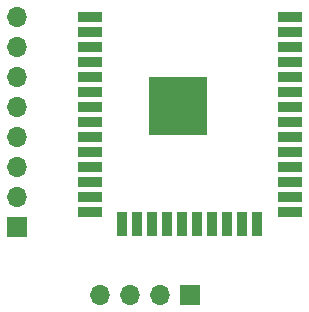
<source format=gbr>
%TF.GenerationSoftware,KiCad,Pcbnew,5.99.0+really5.1.10+dfsg1-1*%
%TF.CreationDate,2021-09-10T11:43:35-04:00*%
%TF.ProjectId,rsp32 lamp,72737033-3220-46c6-916d-702e6b696361,rev?*%
%TF.SameCoordinates,Original*%
%TF.FileFunction,Soldermask,Top*%
%TF.FilePolarity,Negative*%
%FSLAX46Y46*%
G04 Gerber Fmt 4.6, Leading zero omitted, Abs format (unit mm)*
G04 Created by KiCad (PCBNEW 5.99.0+really5.1.10+dfsg1-1) date 2021-09-10 11:43:35*
%MOMM*%
%LPD*%
G01*
G04 APERTURE LIST*
%ADD10O,1.700000X1.700000*%
%ADD11R,1.700000X1.700000*%
%ADD12R,2.000000X0.900000*%
%ADD13R,0.900000X2.000000*%
%ADD14R,5.000000X5.000000*%
G04 APERTURE END LIST*
D10*
%TO.C,J2*%
X17780000Y-27940000D03*
X17780000Y-30480000D03*
X17780000Y-33020000D03*
X17780000Y-35560000D03*
X17780000Y-38100000D03*
X17780000Y-40640000D03*
X17780000Y-43180000D03*
D11*
X17780000Y-45720000D03*
%TD*%
D10*
%TO.C,J1*%
X24765000Y-51435000D03*
X27305000Y-51435000D03*
X29845000Y-51435000D03*
D11*
X32385000Y-51435000D03*
%TD*%
D12*
%TO.C,U1*%
X40885000Y-27940000D03*
X40885000Y-29210000D03*
X40885000Y-30480000D03*
X40885000Y-31750000D03*
X40885000Y-33020000D03*
X40885000Y-34290000D03*
X40885000Y-35560000D03*
X40885000Y-36830000D03*
X40885000Y-38100000D03*
X40885000Y-39370000D03*
X40885000Y-40640000D03*
X40885000Y-41910000D03*
X40885000Y-43180000D03*
X40885000Y-44450000D03*
D13*
X38100000Y-45450000D03*
X36830000Y-45450000D03*
X35560000Y-45450000D03*
X34290000Y-45450000D03*
X33020000Y-45450000D03*
X31750000Y-45450000D03*
X30480000Y-45450000D03*
X29210000Y-45450000D03*
X27940000Y-45450000D03*
X26670000Y-45450000D03*
D12*
X23885000Y-44450000D03*
X23885000Y-43180000D03*
X23885000Y-41910000D03*
X23885000Y-40640000D03*
X23885000Y-39370000D03*
X23885000Y-38100000D03*
X23885000Y-36830000D03*
X23885000Y-35560000D03*
X23885000Y-34290000D03*
X23885000Y-33020000D03*
X23885000Y-31750000D03*
X23885000Y-30480000D03*
X23885000Y-29210000D03*
X23885000Y-27940000D03*
D14*
X31385000Y-35440000D03*
%TD*%
M02*

</source>
